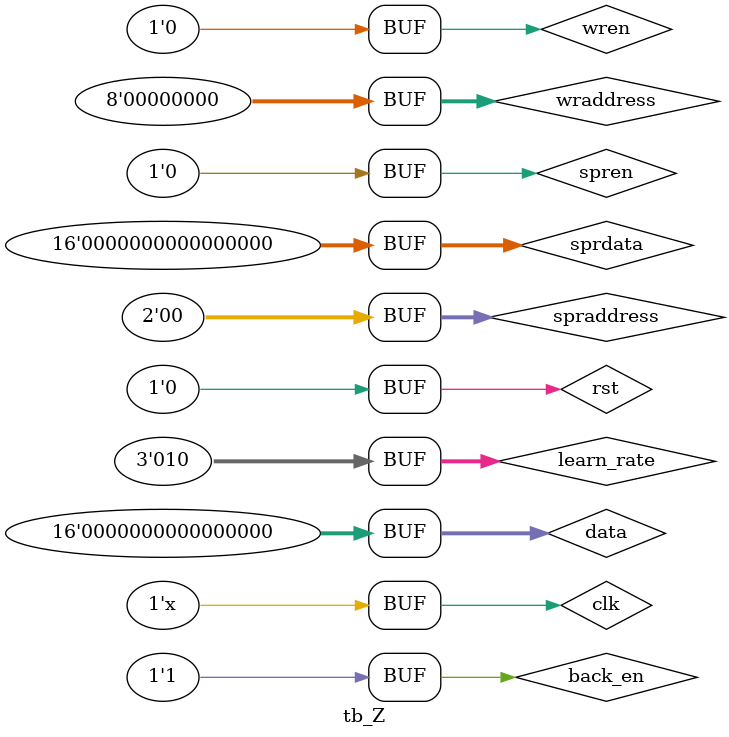
<source format=v>
`timescale 1 ps / 1 ps
module tb_Z();
  reg [15:0] data;
  reg [7:0] wraddress;
  reg wren;
  reg [15:0] sprdata;
  reg [1:0] spraddress;
  reg spren;
  reg [2:0]learn_rate;
  reg back_en;
  wire [23:0] cost;
  wire status, request_in;
  wire [15:0] q0,q1,q2;
  reg rst,clk;
  
  NN_Core NNC(
    .data(data),
    .wraddress(wraddress),
    .wren(wren),
    .sprdata(sprdata),
    .spraddress(spraddress),
    .spren(spren),
    .learn_rate(learn_rate),
    .back_en(back_en),
    .status(status),
    .request_in(request_in),
    .q0(q0),.q1(q1),.q2(q2),
    .cost(cost),
    .rst(rst),
    .clk(clk));
  
  
  initial begin
  data = 16'd0;
  wraddress = 8'd0;
  wren = 1'b0;
  sprdata = 16'd0;
  spraddress = 2'b0;
  spren = 1'b0;
  learn_rate = 3'd2;
  back_en = 1'b1;  
  rst = 1'b0;
  clk = 1'b0;
  #300 rst = 1'b1;
  #100 rst = 1'b0;
  end
  
  always #50 clk = !clk;
endmodule
</source>
